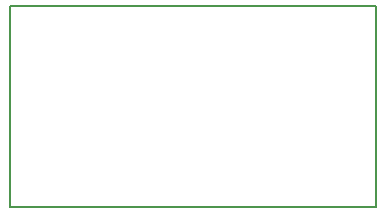
<source format=gbr>
G04 #@! TF.GenerationSoftware,KiCad,Pcbnew,5.0.2-bee76a0~70~ubuntu18.04.1*
G04 #@! TF.CreationDate,2020-01-23T12:49:50+01:00*
G04 #@! TF.ProjectId,flash_programmer,666c6173-685f-4707-926f-6772616d6d65,rev?*
G04 #@! TF.SameCoordinates,Original*
G04 #@! TF.FileFunction,Profile,NP*
%FSLAX46Y46*%
G04 Gerber Fmt 4.6, Leading zero omitted, Abs format (unit mm)*
G04 Created by KiCad (PCBNEW 5.0.2-bee76a0~70~ubuntu18.04.1) date Thu 23 Jan 2020 12:49:50 PM CET*
%MOMM*%
%LPD*%
G01*
G04 APERTURE LIST*
%ADD10C,0.150000*%
G04 APERTURE END LIST*
D10*
X0Y-17000000D02*
X0Y0D01*
X31000000Y-17000000D02*
X0Y-17000000D01*
X31000000Y0D02*
X31000000Y-17000000D01*
X0Y0D02*
X31000000Y0D01*
M02*

</source>
